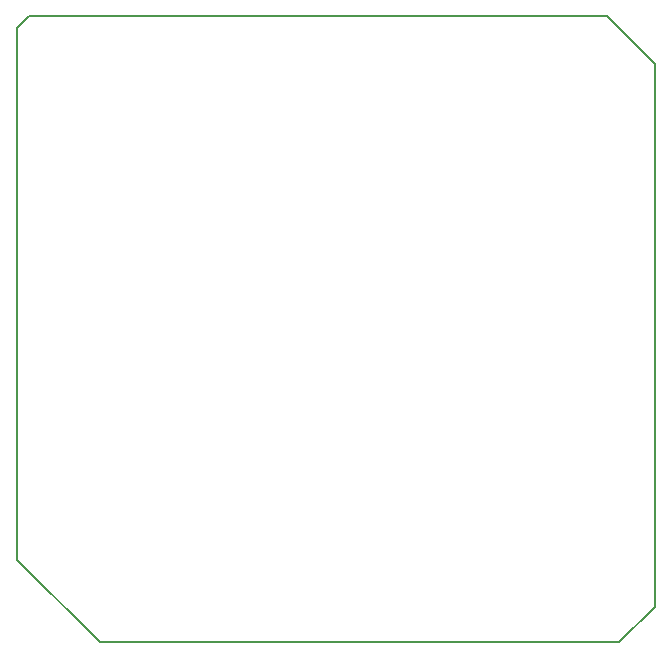
<source format=gbr>
%TF.GenerationSoftware,KiCad,Pcbnew,9.0.0*%
%TF.CreationDate,2025-03-04T02:14:33-07:00*%
%TF.ProjectId,bubble_detector_v2.1,62756262-6c65-45f6-9465-746563746f72,2.1*%
%TF.SameCoordinates,Original*%
%TF.FileFunction,Profile,NP*%
%FSLAX46Y46*%
G04 Gerber Fmt 4.6, Leading zero omitted, Abs format (unit mm)*
G04 Created by KiCad (PCBNEW 9.0.0) date 2025-03-04 02:14:33*
%MOMM*%
%LPD*%
G01*
G04 APERTURE LIST*
%TA.AperFunction,Profile*%
%ADD10C,0.150000*%
%TD*%
G04 APERTURE END LIST*
D10*
X151000000Y-100000000D02*
X154000000Y-97000000D01*
X154000000Y-97000000D02*
X154000000Y-51000000D01*
X150000000Y-47000000D02*
X154000000Y-51000000D01*
X101000000Y-46970000D02*
X100000000Y-48000000D01*
X107000000Y-100000000D02*
X151000000Y-100000000D01*
X100000000Y-93000000D02*
X107000000Y-100000000D01*
X100000000Y-48000000D02*
X100000000Y-93000000D01*
X101000000Y-46970000D02*
X150000000Y-47000000D01*
M02*

</source>
